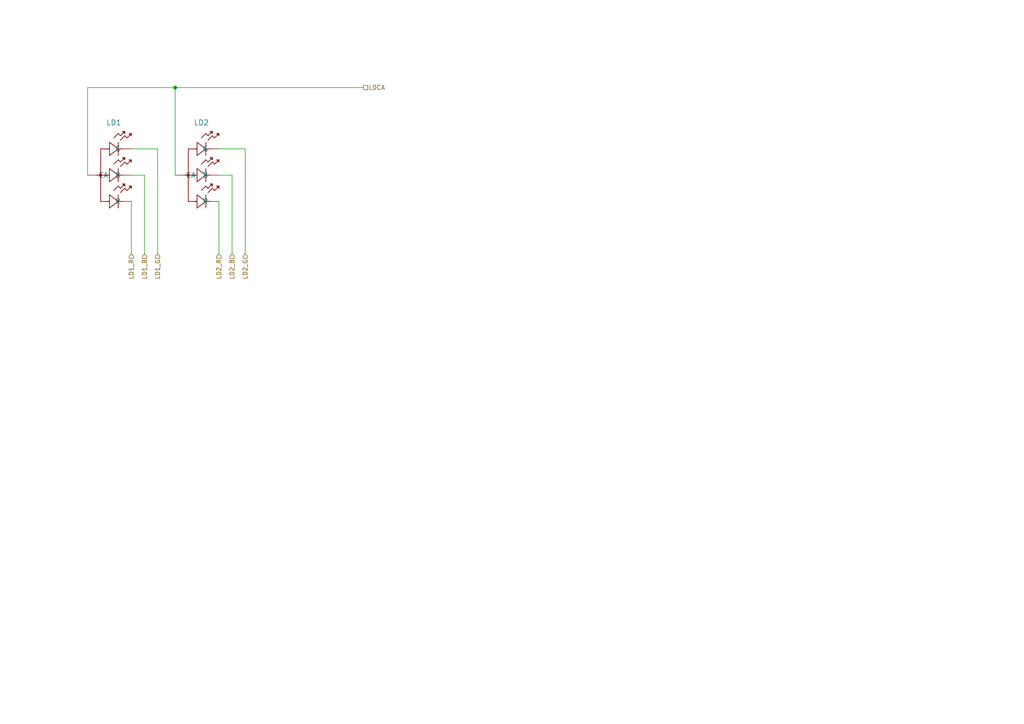
<source format=kicad_sch>
(kicad_sch (version 20211123) (generator eeschema)
  (paper "A4")
  (lib_symbols
    (symbol "RGB LED:WP154A4SEJ3VBDZGC{brace}slash}CA" (pin_numbers hide)
      (property "Reference" "LED" (at 5.08 -11.43 0))
      (property "Value" "WP154A4SEJ3VBDZGC{brace}slash}CA" (at 5.08 -13.97 0))
      (symbol "WP154A4SEJ3VBDZGC{brace}slash}CA_1_1"
        (polyline (pts (xy 2.54 0) (xy 6.0198 0)) (stroke (width 0.2032)))
        (polyline (pts (xy 3.81 -7.62) (xy 6.0198 -7.62)) (stroke (width 0.2032)))
        (polyline (pts (xy 3.81 7.62) (xy 3.81 -7.62)) (stroke (width 0.2032)))
        (polyline (pts (xy 3.81 7.62) (xy 6.0198 7.62)) (stroke (width 0.2032)))
        (polyline (pts (xy 5.715 -7.62) (xy 6.35 -7.62)) (stroke (width 0.2032)))
        (polyline (pts (xy 5.715 0) (xy 6.35 0)) (stroke (width 0.2032)))
        (polyline (pts (xy 5.715 7.62) (xy 6.35 7.62)) (stroke (width 0.2032)))
        (polyline (pts (xy 6.35 -9.525) (xy 8.89 -7.62)) (stroke (width 0.2032)))
        (polyline (pts (xy 6.35 -5.715) (xy 6.35 -9.525)) (stroke (width 0.2032)))
        (polyline (pts (xy 6.35 -1.905) (xy 8.89 0)) (stroke (width 0.2032)))
        (polyline (pts (xy 6.35 1.905) (xy 6.35 -1.905)) (stroke (width 0.2032)))
        (polyline (pts (xy 6.35 5.715) (xy 8.89 7.62)) (stroke (width 0.2032)))
        (polyline (pts (xy 6.35 9.525) (xy 6.35 5.715)) (stroke (width 0.2032)))
        (polyline (pts (xy 7.62 -4.445) (xy 8.89 -3.175)) (stroke (width 0.2032)))
        (polyline (pts (xy 7.62 3.175) (xy 8.89 4.445)) (stroke (width 0.2032)))
        (polyline (pts (xy 7.62 10.795) (xy 8.89 12.065)) (stroke (width 0.2032)))
        (polyline (pts (xy 8.89 -9.525) (xy 8.89 -5.715)) (stroke (width 0.2032)))
        (polyline (pts (xy 8.89 -7.62) (xy 6.35 -5.715)) (stroke (width 0.2032)))
        (polyline (pts (xy 8.89 -7.62) (xy 10.16 -7.62)) (stroke (width 0.2032)))
        (polyline (pts (xy 8.89 -3.175) (xy 9.525 -3.81)) (stroke (width 0.2032)))
        (polyline (pts (xy 8.89 -1.905) (xy 8.89 1.905)) (stroke (width 0.2032)))
        (polyline (pts (xy 8.89 0) (xy 6.35 1.905)) (stroke (width 0.2032)))
        (polyline (pts (xy 8.89 0) (xy 10.16 0)) (stroke (width 0.2032)))
        (polyline (pts (xy 8.89 4.445) (xy 9.525 3.81)) (stroke (width 0.2032)))
        (polyline (pts (xy 8.89 5.715) (xy 8.89 9.525)) (stroke (width 0.2032)))
        (polyline (pts (xy 8.89 7.62) (xy 6.35 9.525)) (stroke (width 0.2032)))
        (polyline (pts (xy 8.89 7.62) (xy 10.16 7.62)) (stroke (width 0.2032)))
        (polyline (pts (xy 8.89 12.065) (xy 9.525 11.43)) (stroke (width 0.2032)))
        (polyline (pts (xy 9.525 -5.08) (xy 10.795 -3.81)) (stroke (width 0.2032)))
        (polyline (pts (xy 9.525 -3.81) (xy 10.795 -2.54)) (stroke (width 0.2032)))
        (polyline (pts (xy 9.525 2.54) (xy 10.795 3.81)) (stroke (width 0.2032)))
        (polyline (pts (xy 9.525 3.81) (xy 10.795 5.08)) (stroke (width 0.2032)))
        (polyline (pts (xy 9.525 10.16) (xy 10.795 11.43)) (stroke (width 0.2032)))
        (polyline (pts (xy 9.525 11.43) (xy 10.795 12.7)) (stroke (width 0.2032)))
        (polyline (pts (xy 10.16 -2.54) (xy 10.795 -3.175)) (stroke (width 0.2032)))
        (polyline (pts (xy 10.16 5.08) (xy 10.795 4.445)) (stroke (width 0.2032)))
        (polyline (pts (xy 10.16 12.7) (xy 10.795 12.065)) (stroke (width 0.2032)))
        (polyline (pts (xy 10.795 -3.81) (xy 11.43 -4.445)) (stroke (width 0.2032)))
        (polyline (pts (xy 10.795 -3.175) (xy 10.795 -2.54)) (stroke (width 0.2032)))
        (polyline (pts (xy 10.795 -2.54) (xy 10.16 -2.54)) (stroke (width 0.2032)))
        (polyline (pts (xy 10.795 3.81) (xy 11.43 3.175)) (stroke (width 0.2032)))
        (polyline (pts (xy 10.795 4.445) (xy 10.795 5.08)) (stroke (width 0.2032)))
        (polyline (pts (xy 10.795 5.08) (xy 10.16 5.08)) (stroke (width 0.2032)))
        (polyline (pts (xy 10.795 11.43) (xy 11.43 10.795)) (stroke (width 0.2032)))
        (polyline (pts (xy 10.795 12.065) (xy 10.795 12.7)) (stroke (width 0.2032)))
        (polyline (pts (xy 10.795 12.7) (xy 10.16 12.7)) (stroke (width 0.2032)))
        (polyline (pts (xy 11.43 -4.445) (xy 12.7 -3.175)) (stroke (width 0.2032)))
        (polyline (pts (xy 11.43 3.175) (xy 12.7 4.445)) (stroke (width 0.2032)))
        (polyline (pts (xy 11.43 10.795) (xy 12.7 12.065)) (stroke (width 0.2032)))
        (polyline (pts (xy 12.065 -3.175) (xy 12.7 -3.81)) (stroke (width 0.2032)))
        (polyline (pts (xy 12.065 4.445) (xy 12.7 3.81)) (stroke (width 0.2032)))
        (polyline (pts (xy 12.065 12.065) (xy 12.7 11.43)) (stroke (width 0.2032)))
        (polyline (pts (xy 12.7 -3.81) (xy 12.7 -3.175)) (stroke (width 0.2032)))
        (polyline (pts (xy 12.7 -3.175) (xy 12.065 -3.175)) (stroke (width 0.2032)))
        (polyline (pts (xy 12.7 3.81) (xy 12.7 4.445)) (stroke (width 0.2032)))
        (polyline (pts (xy 12.7 4.445) (xy 12.065 4.445)) (stroke (width 0.2032)))
        (polyline (pts (xy 12.7 11.43) (xy 12.7 12.065)) (stroke (width 0.2032)))
        (polyline (pts (xy 12.7 12.065) (xy 12.065 12.065)) (stroke (width 0.2032)))
        (arc (start 3.81 -0.254) (mid 3.81 0.254) (end 3.81 -0.254) (stroke (width 0.254)))
        (circle (center 3.81 0) (radius 0.254) (stroke (width 0.254)))
        (pin unspecified line (at 12.7 -7.62 180) (length 2.54) (name "R") (number "1"))
        (pin power_in line (at 0 0 0) (length 2.54) (name "CA") (number "2"))
        (pin unspecified line (at 12.7 0 180) (length 2.54) (name "B") (number "3"))
        (pin unspecified line (at 12.7 7.62 180) (length 2.54) (name "G") (number "4"))
      )
    )
  )
  (junction (at 50.8 25.4))
  (wire (pts (xy 67.31 50.8) (xy 67.31 73.66)))
  (wire (pts (xy 45.72 43.18) (xy 45.72 73.66)))
  (wire (pts (xy 63.5 58.42) (xy 63.5 73.66)))
  (wire (pts (xy 63.5 43.18) (xy 71.12 43.18)))
  (wire (pts (xy 38.1 43.18) (xy 45.72 43.18)))
  (wire (pts (xy 50.8 25.4) (xy 50.8 50.8)))
  (wire (pts (xy 41.91 50.8) (xy 41.91 73.66)))
  (wire (pts (xy 71.12 43.18) (xy 71.12 73.66)))
  (wire (pts (xy 25.4 25.4) (xy 50.8 25.4)))
  (wire (pts (xy 63.5 50.8) (xy 67.31 50.8)))
  (wire (pts (xy 38.1 50.8) (xy 41.91 50.8)))
  (wire (pts (xy 25.4 50.8) (xy 25.4 25.4)))
  (wire (pts (xy 38.1 58.42) (xy 38.1 73.66)))
  (wire (pts (xy 50.8 25.4) (xy 105.41 25.4)))
  (hierarchical_label "LD1_G" (shape input) (at 45.72 73.66 270))
  (hierarchical_label "LD2_G" (shape input) (at 71.12 73.66 270))
  (hierarchical_label "LD2_R" (shape input) (at 63.5 73.66 270))
  (hierarchical_label "LD2_B" (shape input) (at 67.31 73.66 270))
  (hierarchical_label "LD1_R" (shape input) (at 38.1 73.66 270))
  (hierarchical_label "LD1_B" (shape input) (at 41.91 73.66 270))
  (hierarchical_label "LDCA" (shape passive) (at 105.41 25.4 0))
  (symbol (lib_id "RGB LED:WP154A4SEJ3VBDZGC{brace}slash}CA") (at 25.4 50.8 0) (unit 1)
    (property "Reference" "LD1" (at 33.02 35.56 0) (effects (font (size 1.524 1.524))))
    (property "Value" "WP154A4SEJ3VBDZGC{slash}CA" (effects hide))
    (property "Footprint" "RGB LED:WP154A4SEJ3VBDZGC&slash_CA" (effects hide))
  )
  (symbol (lib_id "RGB LED:WP154A4SEJ3VBDZGC{brace}slash}CA") (at 50.8 50.8 0) (unit 1)
    (property "Reference" "LD2" (at 58.42 35.56 0) (effects (font (size 1.524 1.524))))
    (property "Value" "WP154A4SEJ3VBDZGC{slash}CA" (effects hide))
    (property "Footprint" "RGB LED:WP154A4SEJ3VBDZGC&slash_CA" (effects hide))
  )
)
</source>
